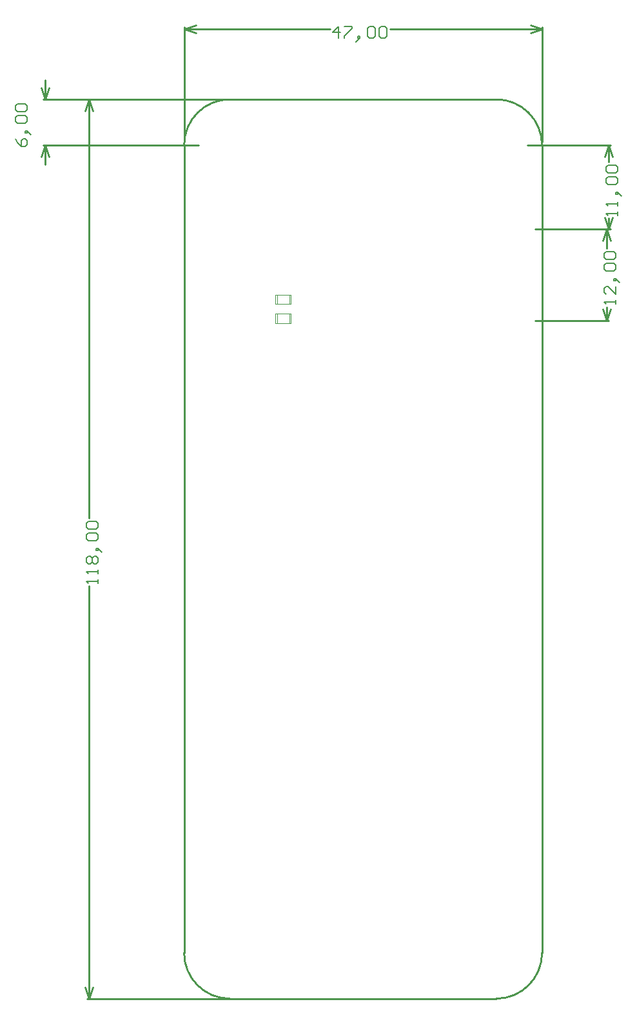
<source format=gm1>
G04*
G04 #@! TF.GenerationSoftware,Altium Limited,Altium Designer,21.2.2 (38)*
G04*
G04 Layer_Color=16711935*
%FSLAX25Y25*%
%MOIN*%
G70*
G04*
G04 #@! TF.SameCoordinates,2A2BD39F-598F-431D-80C8-0E329A30C52D*
G04*
G04*
G04 #@! TF.FilePolarity,Positive*
G04*
G01*
G75*
%ADD10C,0.01000*%
%ADD26C,0.00100*%
%ADD27C,0.00600*%
D10*
X275590Y55118D02*
G03*
X299213Y78740I0J23622D01*
G01*
X114173D02*
G03*
X137795Y55118I23622J0D01*
G01*
X299213Y496063D02*
G03*
X275590Y519685I-23622J0D01*
G01*
X137795D02*
G03*
X114173Y496063I0J-23622D01*
G01*
X299213Y78740D02*
Y496063D01*
X137795Y55118D02*
X275590D01*
X114173Y78740D02*
Y106299D01*
X137795Y519685D02*
X275590D01*
X114173Y106299D02*
Y496063D01*
X332677Y452756D02*
X334677Y446756D01*
X330677D02*
X332677Y452756D01*
X330677Y411512D02*
X332677Y405512D01*
X334677Y411512D01*
X332677Y442629D02*
Y452756D01*
Y405512D02*
Y412438D01*
X295691Y452756D02*
X333677D01*
X295691Y405512D02*
X333677D01*
X333661Y496063D02*
X335661Y490063D01*
X331661D02*
X333661Y496063D01*
X331661Y458756D02*
X333661Y452756D01*
X335661Y458756D01*
X333661Y487405D02*
Y496063D01*
Y452756D02*
Y458214D01*
X291754Y496063D02*
X334661D01*
X295691Y452756D02*
X334661D01*
X40323Y525685D02*
X42323Y519685D01*
X44323Y525685D01*
X42323Y496063D02*
X44323Y490063D01*
X40323D02*
X42323Y496063D01*
Y519685D02*
Y529685D01*
Y486063D02*
Y496063D01*
X41323D02*
X121632D01*
X41323Y519685D02*
X136295D01*
X114173Y556102D02*
X120173Y558102D01*
X114173Y556102D02*
X120173Y554102D01*
X293213D02*
X299213Y556102D01*
X293213Y558102D02*
X299213Y556102D01*
X114173D02*
X189497D01*
X220688D02*
X299213D01*
X114173Y497563D02*
Y557102D01*
X299213Y497563D02*
Y557102D01*
X62961Y61118D02*
X64961Y55118D01*
X66961Y61118D01*
X64961Y519685D02*
X66961Y513685D01*
X62961D02*
X64961Y519685D01*
Y55118D02*
Y268207D01*
Y303396D02*
Y519685D01*
X63961Y55118D02*
X137795D01*
X63961Y519685D02*
X137795D01*
D26*
X161417Y404134D02*
Y408858D01*
X169291Y404134D02*
Y408858D01*
X161417Y404134D02*
X169291D01*
X161418Y408859D02*
X169292D01*
X162204Y404134D02*
Y408858D01*
X168505Y404135D02*
Y408859D01*
X161417Y413976D02*
Y418701D01*
X169291Y413976D02*
Y418701D01*
X161417Y413976D02*
X169291D01*
X161418Y418701D02*
X169292D01*
X162204Y413976D02*
Y418701D01*
X168505Y413977D02*
Y418701D01*
D27*
X337276Y414038D02*
Y416038D01*
Y415038D01*
X331278D01*
X332277Y414038D01*
X337276Y423035D02*
Y419037D01*
X333277Y423035D01*
X332277D01*
X331278Y422036D01*
Y420036D01*
X332277Y419037D01*
X338276Y426034D02*
X337276Y427034D01*
X336276D01*
Y426034D01*
X337276D01*
Y427034D01*
X338276Y426034D01*
X339275Y425035D01*
X332277Y431033D02*
X331278Y432032D01*
Y434032D01*
X332277Y435031D01*
X336276D01*
X337276Y434032D01*
Y432032D01*
X336276Y431033D01*
X332277D01*
Y437031D02*
X331278Y438030D01*
Y440030D01*
X332277Y441030D01*
X336276D01*
X337276Y440030D01*
Y438030D01*
X336276Y437031D01*
X332277D01*
X338260Y459814D02*
Y461813D01*
Y460813D01*
X332262D01*
X333262Y459814D01*
X338260Y464812D02*
Y466811D01*
Y465812D01*
X332262D01*
X333262Y464812D01*
X339260Y470810D02*
X338260Y471810D01*
X337260D01*
Y470810D01*
X338260D01*
Y471810D01*
X339260Y470810D01*
X340260Y469810D01*
X333262Y475808D02*
X332262Y476808D01*
Y478807D01*
X333262Y479807D01*
X337260D01*
X338260Y478807D01*
Y476808D01*
X337260Y475808D01*
X333262D01*
Y481807D02*
X332262Y482806D01*
Y484806D01*
X333262Y485805D01*
X337260D01*
X338260Y484806D01*
Y482806D01*
X337260Y481807D01*
X333262D01*
X27127Y499276D02*
X28127Y497277D01*
X30126Y495278D01*
X32126D01*
X33125Y496277D01*
Y498277D01*
X32126Y499276D01*
X31126D01*
X30126Y498277D01*
Y495278D01*
X34125Y502275D02*
X33125Y503275D01*
X32126D01*
Y502275D01*
X33125D01*
Y503275D01*
X34125Y502275D01*
X35125Y501276D01*
X28127Y507274D02*
X27127Y508273D01*
Y510273D01*
X28127Y511272D01*
X32126D01*
X33125Y510273D01*
Y508273D01*
X32126Y507274D01*
X28127D01*
Y513272D02*
X27127Y514271D01*
Y516271D01*
X28127Y517271D01*
X32126D01*
X33125Y516271D01*
Y514271D01*
X32126Y513272D01*
X28127D01*
X194097Y551504D02*
Y557502D01*
X191097Y554503D01*
X195096D01*
X197096Y557502D02*
X201094D01*
Y556502D01*
X197096Y552503D01*
Y551504D01*
X204093Y550504D02*
X205093Y551504D01*
Y552503D01*
X204093D01*
Y551504D01*
X205093D01*
X204093Y550504D01*
X203094Y549504D01*
X209092Y556502D02*
X210091Y557502D01*
X212091D01*
X213090Y556502D01*
Y552503D01*
X212091Y551504D01*
X210091D01*
X209092Y552503D01*
Y556502D01*
X215090D02*
X216089Y557502D01*
X218089D01*
X219088Y556502D01*
Y552503D01*
X218089Y551504D01*
X216089D01*
X215090Y552503D01*
Y556502D01*
X69559Y269807D02*
Y271806D01*
Y270806D01*
X63561D01*
X64561Y269807D01*
X69559Y274805D02*
Y276804D01*
Y275805D01*
X63561D01*
X64561Y274805D01*
Y279803D02*
X63561Y280803D01*
Y282803D01*
X64561Y283802D01*
X65561D01*
X66560Y282803D01*
X67560Y283802D01*
X68560D01*
X69559Y282803D01*
Y280803D01*
X68560Y279803D01*
X67560D01*
X66560Y280803D01*
X65561Y279803D01*
X64561D01*
X66560Y280803D02*
Y282803D01*
X70559Y286801D02*
X69559Y287801D01*
X68560D01*
Y286801D01*
X69559D01*
Y287801D01*
X70559Y286801D01*
X71559Y285802D01*
X64561Y291800D02*
X63561Y292799D01*
Y294799D01*
X64561Y295798D01*
X68560D01*
X69559Y294799D01*
Y292799D01*
X68560Y291800D01*
X64561D01*
Y297798D02*
X63561Y298797D01*
Y300797D01*
X64561Y301796D01*
X68560D01*
X69559Y300797D01*
Y298797D01*
X68560Y297798D01*
X64561D01*
M02*

</source>
